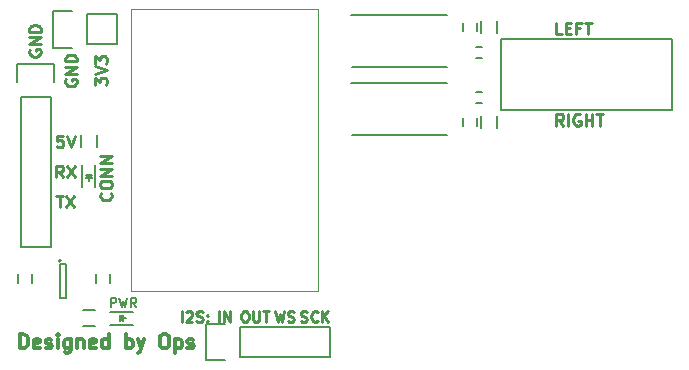
<source format=gto>
G04 #@! TF.FileFunction,Legend,Top*
%FSLAX46Y46*%
G04 Gerber Fmt 4.6, Leading zero omitted, Abs format (unit mm)*
G04 Created by KiCad (PCBNEW 4.0.2+e4-6225~38~ubuntu15.04.1-stable) date Wed 22 Jun 2016 12:26:55 PM PDT*
%MOMM*%
G01*
G04 APERTURE LIST*
%ADD10C,0.100000*%
%ADD11C,0.200000*%
%ADD12C,0.250000*%
%ADD13C,0.225000*%
%ADD14C,0.300000*%
%ADD15C,0.150000*%
%ADD16C,0.127000*%
G04 APERTURE END LIST*
D10*
D11*
X115363333Y-103561905D02*
X115363333Y-102761905D01*
X115668095Y-102761905D01*
X115744286Y-102800000D01*
X115782381Y-102838095D01*
X115820476Y-102914286D01*
X115820476Y-103028571D01*
X115782381Y-103104762D01*
X115744286Y-103142857D01*
X115668095Y-103180952D01*
X115363333Y-103180952D01*
X116087143Y-102761905D02*
X116277619Y-103561905D01*
X116430000Y-102990476D01*
X116582381Y-103561905D01*
X116772857Y-102761905D01*
X117534762Y-103561905D02*
X117268095Y-103180952D01*
X117077619Y-103561905D02*
X117077619Y-102761905D01*
X117382381Y-102761905D01*
X117458572Y-102800000D01*
X117496667Y-102838095D01*
X117534762Y-102914286D01*
X117534762Y-103028571D01*
X117496667Y-103104762D01*
X117458572Y-103142857D01*
X117382381Y-103180952D01*
X117077619Y-103180952D01*
D12*
X115357143Y-93882604D02*
X115404762Y-93930223D01*
X115452381Y-94073080D01*
X115452381Y-94168318D01*
X115404762Y-94311176D01*
X115309524Y-94406414D01*
X115214286Y-94454033D01*
X115023810Y-94501652D01*
X114880952Y-94501652D01*
X114690476Y-94454033D01*
X114595238Y-94406414D01*
X114500000Y-94311176D01*
X114452381Y-94168318D01*
X114452381Y-94073080D01*
X114500000Y-93930223D01*
X114547619Y-93882604D01*
X114452381Y-93263557D02*
X114452381Y-93073080D01*
X114500000Y-92977842D01*
X114595238Y-92882604D01*
X114785714Y-92834985D01*
X115119048Y-92834985D01*
X115309524Y-92882604D01*
X115404762Y-92977842D01*
X115452381Y-93073080D01*
X115452381Y-93263557D01*
X115404762Y-93358795D01*
X115309524Y-93454033D01*
X115119048Y-93501652D01*
X114785714Y-93501652D01*
X114595238Y-93454033D01*
X114500000Y-93358795D01*
X114452381Y-93263557D01*
X115452381Y-92406414D02*
X114452381Y-92406414D01*
X115452381Y-91834985D01*
X114452381Y-91834985D01*
X115452381Y-91358795D02*
X114452381Y-91358795D01*
X115452381Y-90787366D01*
X114452381Y-90787366D01*
X153666667Y-88192381D02*
X153333333Y-87716190D01*
X153095238Y-88192381D02*
X153095238Y-87192381D01*
X153476191Y-87192381D01*
X153571429Y-87240000D01*
X153619048Y-87287619D01*
X153666667Y-87382857D01*
X153666667Y-87525714D01*
X153619048Y-87620952D01*
X153571429Y-87668571D01*
X153476191Y-87716190D01*
X153095238Y-87716190D01*
X154095238Y-88192381D02*
X154095238Y-87192381D01*
X155095238Y-87240000D02*
X155000000Y-87192381D01*
X154857143Y-87192381D01*
X154714285Y-87240000D01*
X154619047Y-87335238D01*
X154571428Y-87430476D01*
X154523809Y-87620952D01*
X154523809Y-87763810D01*
X154571428Y-87954286D01*
X154619047Y-88049524D01*
X154714285Y-88144762D01*
X154857143Y-88192381D01*
X154952381Y-88192381D01*
X155095238Y-88144762D01*
X155142857Y-88097143D01*
X155142857Y-87763810D01*
X154952381Y-87763810D01*
X155571428Y-88192381D02*
X155571428Y-87192381D01*
X155571428Y-87668571D02*
X156142857Y-87668571D01*
X156142857Y-88192381D02*
X156142857Y-87192381D01*
X156476190Y-87192381D02*
X157047619Y-87192381D01*
X156761904Y-88192381D02*
X156761904Y-87192381D01*
X153547619Y-80452381D02*
X153071428Y-80452381D01*
X153071428Y-79452381D01*
X153880952Y-79928571D02*
X154214286Y-79928571D01*
X154357143Y-80452381D02*
X153880952Y-80452381D01*
X153880952Y-79452381D01*
X154357143Y-79452381D01*
X155119048Y-79928571D02*
X154785714Y-79928571D01*
X154785714Y-80452381D02*
X154785714Y-79452381D01*
X155261905Y-79452381D01*
X155500000Y-79452381D02*
X156071429Y-79452381D01*
X155785714Y-80452381D02*
X155785714Y-79452381D01*
X111309524Y-89032381D02*
X110833333Y-89032381D01*
X110785714Y-89508571D01*
X110833333Y-89460952D01*
X110928571Y-89413333D01*
X111166667Y-89413333D01*
X111261905Y-89460952D01*
X111309524Y-89508571D01*
X111357143Y-89603810D01*
X111357143Y-89841905D01*
X111309524Y-89937143D01*
X111261905Y-89984762D01*
X111166667Y-90032381D01*
X110928571Y-90032381D01*
X110833333Y-89984762D01*
X110785714Y-89937143D01*
X111642857Y-89032381D02*
X111976190Y-90032381D01*
X112309524Y-89032381D01*
X110738095Y-94112381D02*
X111309524Y-94112381D01*
X111023809Y-95112381D02*
X111023809Y-94112381D01*
X111547619Y-94112381D02*
X112214286Y-95112381D01*
X112214286Y-94112381D02*
X111547619Y-95112381D01*
X111333334Y-92572381D02*
X111000000Y-92096190D01*
X110761905Y-92572381D02*
X110761905Y-91572381D01*
X111142858Y-91572381D01*
X111238096Y-91620000D01*
X111285715Y-91667619D01*
X111333334Y-91762857D01*
X111333334Y-91905714D01*
X111285715Y-92000952D01*
X111238096Y-92048571D01*
X111142858Y-92096190D01*
X110761905Y-92096190D01*
X111666667Y-91572381D02*
X112333334Y-92572381D01*
X112333334Y-91572381D02*
X111666667Y-92572381D01*
D13*
X121378572Y-104807143D02*
X121378572Y-103907143D01*
X121764286Y-103992857D02*
X121807143Y-103950000D01*
X121892857Y-103907143D01*
X122107143Y-103907143D01*
X122192857Y-103950000D01*
X122235714Y-103992857D01*
X122278571Y-104078571D01*
X122278571Y-104164286D01*
X122235714Y-104292857D01*
X121721428Y-104807143D01*
X122278571Y-104807143D01*
X122621429Y-104764286D02*
X122750000Y-104807143D01*
X122964286Y-104807143D01*
X123050000Y-104764286D01*
X123092857Y-104721429D01*
X123135714Y-104635714D01*
X123135714Y-104550000D01*
X123092857Y-104464286D01*
X123050000Y-104421429D01*
X122964286Y-104378571D01*
X122792857Y-104335714D01*
X122707143Y-104292857D01*
X122664286Y-104250000D01*
X122621429Y-104164286D01*
X122621429Y-104078571D01*
X122664286Y-103992857D01*
X122707143Y-103950000D01*
X122792857Y-103907143D01*
X123007143Y-103907143D01*
X123135714Y-103950000D01*
X123521429Y-104721429D02*
X123564286Y-104764286D01*
X123521429Y-104807143D01*
X123478572Y-104764286D01*
X123521429Y-104721429D01*
X123521429Y-104807143D01*
X123521429Y-104250000D02*
X123564286Y-104292857D01*
X123521429Y-104335714D01*
X123478572Y-104292857D01*
X123521429Y-104250000D01*
X123521429Y-104335714D01*
X131462858Y-104764286D02*
X131591429Y-104807143D01*
X131805715Y-104807143D01*
X131891429Y-104764286D01*
X131934286Y-104721429D01*
X131977143Y-104635714D01*
X131977143Y-104550000D01*
X131934286Y-104464286D01*
X131891429Y-104421429D01*
X131805715Y-104378571D01*
X131634286Y-104335714D01*
X131548572Y-104292857D01*
X131505715Y-104250000D01*
X131462858Y-104164286D01*
X131462858Y-104078571D01*
X131505715Y-103992857D01*
X131548572Y-103950000D01*
X131634286Y-103907143D01*
X131848572Y-103907143D01*
X131977143Y-103950000D01*
X132877143Y-104721429D02*
X132834286Y-104764286D01*
X132705715Y-104807143D01*
X132620001Y-104807143D01*
X132491429Y-104764286D01*
X132405715Y-104678571D01*
X132362858Y-104592857D01*
X132320001Y-104421429D01*
X132320001Y-104292857D01*
X132362858Y-104121429D01*
X132405715Y-104035714D01*
X132491429Y-103950000D01*
X132620001Y-103907143D01*
X132705715Y-103907143D01*
X132834286Y-103950000D01*
X132877143Y-103992857D01*
X133262858Y-104807143D02*
X133262858Y-103907143D01*
X133777143Y-104807143D02*
X133391429Y-104292857D01*
X133777143Y-103907143D02*
X133262858Y-104421429D01*
X129265714Y-103907143D02*
X129480000Y-104807143D01*
X129651429Y-104164286D01*
X129822857Y-104807143D01*
X130037143Y-103907143D01*
X130337143Y-104764286D02*
X130465714Y-104807143D01*
X130680000Y-104807143D01*
X130765714Y-104764286D01*
X130808571Y-104721429D01*
X130851428Y-104635714D01*
X130851428Y-104550000D01*
X130808571Y-104464286D01*
X130765714Y-104421429D01*
X130680000Y-104378571D01*
X130508571Y-104335714D01*
X130422857Y-104292857D01*
X130380000Y-104250000D01*
X130337143Y-104164286D01*
X130337143Y-104078571D01*
X130380000Y-103992857D01*
X130422857Y-103950000D01*
X130508571Y-103907143D01*
X130722857Y-103907143D01*
X130851428Y-103950000D01*
X126640000Y-103907143D02*
X126811429Y-103907143D01*
X126897143Y-103950000D01*
X126982857Y-104035714D01*
X127025715Y-104207143D01*
X127025715Y-104507143D01*
X126982857Y-104678571D01*
X126897143Y-104764286D01*
X126811429Y-104807143D01*
X126640000Y-104807143D01*
X126554286Y-104764286D01*
X126468572Y-104678571D01*
X126425715Y-104507143D01*
X126425715Y-104207143D01*
X126468572Y-104035714D01*
X126554286Y-103950000D01*
X126640000Y-103907143D01*
X127411429Y-103907143D02*
X127411429Y-104635714D01*
X127454286Y-104721429D01*
X127497143Y-104764286D01*
X127582857Y-104807143D01*
X127754286Y-104807143D01*
X127840000Y-104764286D01*
X127882857Y-104721429D01*
X127925714Y-104635714D01*
X127925714Y-103907143D01*
X128225714Y-103907143D02*
X128740000Y-103907143D01*
X128482857Y-104807143D02*
X128482857Y-103907143D01*
X124528572Y-104807143D02*
X124528572Y-103907143D01*
X124957143Y-104807143D02*
X124957143Y-103907143D01*
X125471428Y-104807143D01*
X125471428Y-103907143D01*
D12*
X114032381Y-84738095D02*
X114032381Y-84119047D01*
X114413333Y-84452381D01*
X114413333Y-84309523D01*
X114460952Y-84214285D01*
X114508571Y-84166666D01*
X114603810Y-84119047D01*
X114841905Y-84119047D01*
X114937143Y-84166666D01*
X114984762Y-84214285D01*
X115032381Y-84309523D01*
X115032381Y-84595238D01*
X114984762Y-84690476D01*
X114937143Y-84738095D01*
X114032381Y-83833333D02*
X115032381Y-83500000D01*
X114032381Y-83166666D01*
X114032381Y-82928571D02*
X114032381Y-82309523D01*
X114413333Y-82642857D01*
X114413333Y-82499999D01*
X114460952Y-82404761D01*
X114508571Y-82357142D01*
X114603810Y-82309523D01*
X114841905Y-82309523D01*
X114937143Y-82357142D01*
X114984762Y-82404761D01*
X115032381Y-82499999D01*
X115032381Y-82785714D01*
X114984762Y-82880952D01*
X114937143Y-82928571D01*
X108500000Y-81761904D02*
X108452381Y-81857142D01*
X108452381Y-81999999D01*
X108500000Y-82142857D01*
X108595238Y-82238095D01*
X108690476Y-82285714D01*
X108880952Y-82333333D01*
X109023810Y-82333333D01*
X109214286Y-82285714D01*
X109309524Y-82238095D01*
X109404762Y-82142857D01*
X109452381Y-81999999D01*
X109452381Y-81904761D01*
X109404762Y-81761904D01*
X109357143Y-81714285D01*
X109023810Y-81714285D01*
X109023810Y-81904761D01*
X109452381Y-81285714D02*
X108452381Y-81285714D01*
X109452381Y-80714285D01*
X108452381Y-80714285D01*
X109452381Y-80238095D02*
X108452381Y-80238095D01*
X108452381Y-80000000D01*
X108500000Y-79857142D01*
X108595238Y-79761904D01*
X108690476Y-79714285D01*
X108880952Y-79666666D01*
X109023810Y-79666666D01*
X109214286Y-79714285D01*
X109309524Y-79761904D01*
X109404762Y-79857142D01*
X109452381Y-80000000D01*
X109452381Y-80238095D01*
X111540000Y-84261904D02*
X111492381Y-84357142D01*
X111492381Y-84499999D01*
X111540000Y-84642857D01*
X111635238Y-84738095D01*
X111730476Y-84785714D01*
X111920952Y-84833333D01*
X112063810Y-84833333D01*
X112254286Y-84785714D01*
X112349524Y-84738095D01*
X112444762Y-84642857D01*
X112492381Y-84499999D01*
X112492381Y-84404761D01*
X112444762Y-84261904D01*
X112397143Y-84214285D01*
X112063810Y-84214285D01*
X112063810Y-84404761D01*
X112492381Y-83785714D02*
X111492381Y-83785714D01*
X112492381Y-83214285D01*
X111492381Y-83214285D01*
X112492381Y-82738095D02*
X111492381Y-82738095D01*
X111492381Y-82500000D01*
X111540000Y-82357142D01*
X111635238Y-82261904D01*
X111730476Y-82214285D01*
X111920952Y-82166666D01*
X112063810Y-82166666D01*
X112254286Y-82214285D01*
X112349524Y-82261904D01*
X112444762Y-82357142D01*
X112492381Y-82500000D01*
X112492381Y-82738095D01*
D14*
X107685714Y-107042857D02*
X107685714Y-105842857D01*
X107971429Y-105842857D01*
X108142857Y-105900000D01*
X108257143Y-106014286D01*
X108314286Y-106128571D01*
X108371429Y-106357143D01*
X108371429Y-106528571D01*
X108314286Y-106757143D01*
X108257143Y-106871429D01*
X108142857Y-106985714D01*
X107971429Y-107042857D01*
X107685714Y-107042857D01*
X109342857Y-106985714D02*
X109228571Y-107042857D01*
X109000000Y-107042857D01*
X108885714Y-106985714D01*
X108828571Y-106871429D01*
X108828571Y-106414286D01*
X108885714Y-106300000D01*
X109000000Y-106242857D01*
X109228571Y-106242857D01*
X109342857Y-106300000D01*
X109400000Y-106414286D01*
X109400000Y-106528571D01*
X108828571Y-106642857D01*
X109857142Y-106985714D02*
X109971428Y-107042857D01*
X110200000Y-107042857D01*
X110314285Y-106985714D01*
X110371428Y-106871429D01*
X110371428Y-106814286D01*
X110314285Y-106700000D01*
X110200000Y-106642857D01*
X110028571Y-106642857D01*
X109914285Y-106585714D01*
X109857142Y-106471429D01*
X109857142Y-106414286D01*
X109914285Y-106300000D01*
X110028571Y-106242857D01*
X110200000Y-106242857D01*
X110314285Y-106300000D01*
X110885714Y-107042857D02*
X110885714Y-106242857D01*
X110885714Y-105842857D02*
X110828571Y-105900000D01*
X110885714Y-105957143D01*
X110942857Y-105900000D01*
X110885714Y-105842857D01*
X110885714Y-105957143D01*
X111971429Y-106242857D02*
X111971429Y-107214286D01*
X111914286Y-107328571D01*
X111857143Y-107385714D01*
X111742858Y-107442857D01*
X111571429Y-107442857D01*
X111457143Y-107385714D01*
X111971429Y-106985714D02*
X111857143Y-107042857D01*
X111628572Y-107042857D01*
X111514286Y-106985714D01*
X111457143Y-106928571D01*
X111400000Y-106814286D01*
X111400000Y-106471429D01*
X111457143Y-106357143D01*
X111514286Y-106300000D01*
X111628572Y-106242857D01*
X111857143Y-106242857D01*
X111971429Y-106300000D01*
X112542857Y-106242857D02*
X112542857Y-107042857D01*
X112542857Y-106357143D02*
X112600000Y-106300000D01*
X112714286Y-106242857D01*
X112885714Y-106242857D01*
X113000000Y-106300000D01*
X113057143Y-106414286D01*
X113057143Y-107042857D01*
X114085714Y-106985714D02*
X113971428Y-107042857D01*
X113742857Y-107042857D01*
X113628571Y-106985714D01*
X113571428Y-106871429D01*
X113571428Y-106414286D01*
X113628571Y-106300000D01*
X113742857Y-106242857D01*
X113971428Y-106242857D01*
X114085714Y-106300000D01*
X114142857Y-106414286D01*
X114142857Y-106528571D01*
X113571428Y-106642857D01*
X115171428Y-107042857D02*
X115171428Y-105842857D01*
X115171428Y-106985714D02*
X115057142Y-107042857D01*
X114828571Y-107042857D01*
X114714285Y-106985714D01*
X114657142Y-106928571D01*
X114599999Y-106814286D01*
X114599999Y-106471429D01*
X114657142Y-106357143D01*
X114714285Y-106300000D01*
X114828571Y-106242857D01*
X115057142Y-106242857D01*
X115171428Y-106300000D01*
X116657142Y-107042857D02*
X116657142Y-105842857D01*
X116657142Y-106300000D02*
X116771428Y-106242857D01*
X116999999Y-106242857D01*
X117114285Y-106300000D01*
X117171428Y-106357143D01*
X117228571Y-106471429D01*
X117228571Y-106814286D01*
X117171428Y-106928571D01*
X117114285Y-106985714D01*
X116999999Y-107042857D01*
X116771428Y-107042857D01*
X116657142Y-106985714D01*
X117628571Y-106242857D02*
X117914285Y-107042857D01*
X118199999Y-106242857D02*
X117914285Y-107042857D01*
X117799999Y-107328571D01*
X117742856Y-107385714D01*
X117628571Y-107442857D01*
X119800000Y-105842857D02*
X120028571Y-105842857D01*
X120142857Y-105900000D01*
X120257143Y-106014286D01*
X120314285Y-106242857D01*
X120314285Y-106642857D01*
X120257143Y-106871429D01*
X120142857Y-106985714D01*
X120028571Y-107042857D01*
X119800000Y-107042857D01*
X119685714Y-106985714D01*
X119571428Y-106871429D01*
X119514285Y-106642857D01*
X119514285Y-106242857D01*
X119571428Y-106014286D01*
X119685714Y-105900000D01*
X119800000Y-105842857D01*
X120828571Y-106242857D02*
X120828571Y-107442857D01*
X120828571Y-106300000D02*
X120942857Y-106242857D01*
X121171428Y-106242857D01*
X121285714Y-106300000D01*
X121342857Y-106357143D01*
X121400000Y-106471429D01*
X121400000Y-106814286D01*
X121342857Y-106928571D01*
X121285714Y-106985714D01*
X121171428Y-107042857D01*
X120942857Y-107042857D01*
X120828571Y-106985714D01*
X121857142Y-106985714D02*
X121971428Y-107042857D01*
X122200000Y-107042857D01*
X122314285Y-106985714D01*
X122371428Y-106871429D01*
X122371428Y-106814286D01*
X122314285Y-106700000D01*
X122200000Y-106642857D01*
X122028571Y-106642857D01*
X121914285Y-106585714D01*
X121857142Y-106471429D01*
X121857142Y-106414286D01*
X121914285Y-106300000D01*
X122028571Y-106242857D01*
X122200000Y-106242857D01*
X122314285Y-106300000D01*
D15*
X108700000Y-100770000D02*
X108700000Y-101470000D01*
X107500000Y-101470000D02*
X107500000Y-100770000D01*
X115300000Y-100770000D02*
X115300000Y-101470000D01*
X114100000Y-101470000D02*
X114100000Y-100770000D01*
X135800000Y-83200000D02*
X143800000Y-83200000D01*
X143800000Y-78800000D02*
X135700000Y-78800000D01*
X135800000Y-88940000D02*
X143800000Y-88940000D01*
X143800000Y-84540000D02*
X135700000Y-84540000D01*
X146350000Y-87540000D02*
X146350000Y-88240000D01*
X145150000Y-88240000D02*
X145150000Y-87540000D01*
X146350000Y-79500000D02*
X146350000Y-80200000D01*
X145150000Y-80200000D02*
X145150000Y-79500000D01*
X112950000Y-91520700D02*
X112950000Y-93420700D01*
X114050000Y-91520700D02*
X114050000Y-93420700D01*
X113500000Y-92420700D02*
X113500000Y-92870700D01*
X113750000Y-92370700D02*
X113250000Y-92370700D01*
X113500000Y-92370700D02*
X113750000Y-92620700D01*
X113750000Y-92620700D02*
X113250000Y-92620700D01*
X113250000Y-92620700D02*
X113500000Y-92370700D01*
X115330000Y-105050000D02*
X117230000Y-105050000D01*
X115330000Y-103950000D02*
X117230000Y-103950000D01*
X116230000Y-104500000D02*
X116680000Y-104500000D01*
X116180000Y-104250000D02*
X116180000Y-104750000D01*
X116180000Y-104500000D02*
X116430000Y-104250000D01*
X116430000Y-104250000D02*
X116430000Y-104750000D01*
X116430000Y-104750000D02*
X116180000Y-104500000D01*
X146800000Y-81490000D02*
X146300000Y-81490000D01*
X146300000Y-82440000D02*
X146800000Y-82440000D01*
X146300000Y-86250000D02*
X146800000Y-86250000D01*
X146800000Y-85300000D02*
X146300000Y-85300000D01*
X107730000Y-85770000D02*
X107730000Y-98470000D01*
X107730000Y-98470000D02*
X110270000Y-98470000D01*
X110270000Y-98470000D02*
X110270000Y-85770000D01*
X107450000Y-82950000D02*
X107450000Y-84500000D01*
X107730000Y-85770000D02*
X110270000Y-85770000D01*
X110550000Y-84500000D02*
X110550000Y-82950000D01*
X110550000Y-82950000D02*
X107450000Y-82950000D01*
X126270000Y-105230000D02*
X133890000Y-105230000D01*
X126270000Y-107770000D02*
X133890000Y-107770000D01*
X123450000Y-108050000D02*
X125000000Y-108050000D01*
X133890000Y-105230000D02*
X133890000Y-107770000D01*
X126270000Y-107770000D02*
X126270000Y-105230000D01*
X125000000Y-104950000D02*
X123450000Y-104950000D01*
X123450000Y-104950000D02*
X123450000Y-108050000D01*
D16*
X162900000Y-80870000D02*
X162900000Y-86870000D01*
X148400000Y-80870000D02*
X162900000Y-80870000D01*
X148400000Y-86870000D02*
X148400000Y-80870000D01*
X162900000Y-86870000D02*
X148400000Y-86870000D01*
D15*
X114175000Y-89000000D02*
X114175000Y-90000000D01*
X112825000Y-90000000D02*
X112825000Y-89000000D01*
X113000000Y-103825000D02*
X114000000Y-103825000D01*
X114000000Y-105175000D02*
X113000000Y-105175000D01*
X146725000Y-80350000D02*
X146725000Y-79350000D01*
X148075000Y-79350000D02*
X148075000Y-80350000D01*
X146725000Y-88390000D02*
X146725000Y-87390000D01*
X148075000Y-87390000D02*
X148075000Y-88390000D01*
D10*
X117050000Y-102200000D02*
X117050000Y-78300000D01*
X132950000Y-102200000D02*
X117050000Y-102200000D01*
X132950000Y-78300000D02*
X132950000Y-102200000D01*
X117050000Y-78300000D02*
X132950000Y-78300000D01*
D15*
X111150000Y-99620000D02*
G75*
G03X111150000Y-99620000I-100000J0D01*
G01*
X111600000Y-99870000D02*
X111100000Y-99870000D01*
X111600000Y-102770000D02*
X111600000Y-99870000D01*
X111100000Y-102770000D02*
X111600000Y-102770000D01*
X111100000Y-99870000D02*
X111100000Y-102770000D01*
X110490000Y-81570000D02*
X112040000Y-81570000D01*
X115850000Y-81290000D02*
X113310000Y-81290000D01*
X113310000Y-81290000D02*
X113310000Y-78750000D01*
X112040000Y-78470000D02*
X110490000Y-78470000D01*
X110490000Y-78470000D02*
X110490000Y-81570000D01*
X113310000Y-78750000D02*
X115850000Y-78750000D01*
X115850000Y-78750000D02*
X115850000Y-81290000D01*
M02*

</source>
